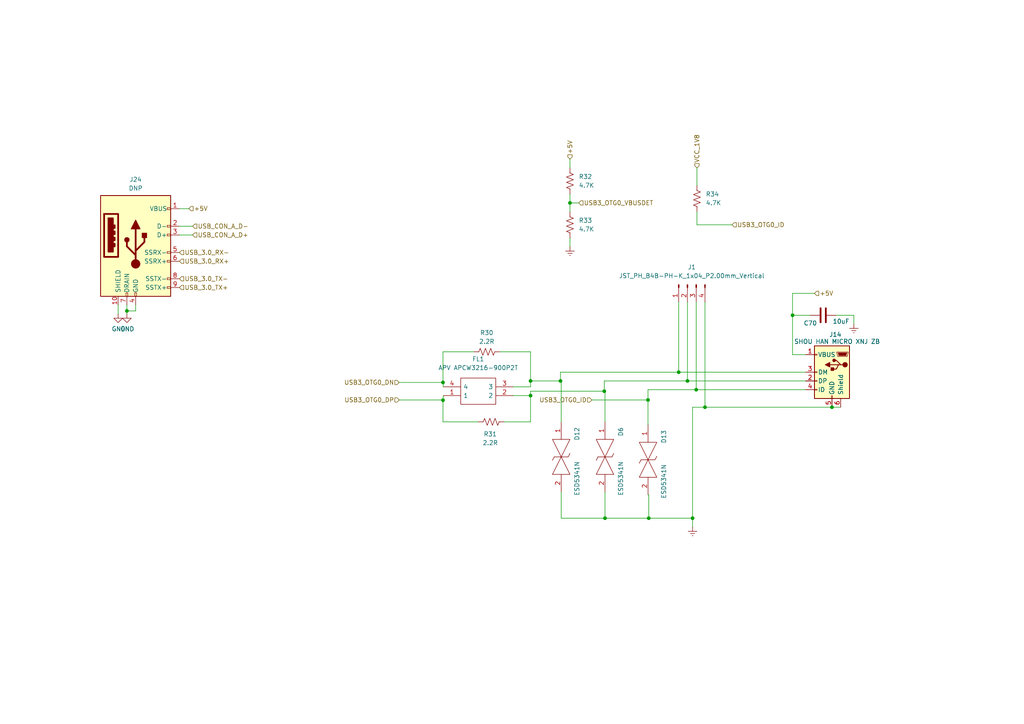
<source format=kicad_sch>
(kicad_sch (version 20250114) (generator "eeschema") (generator_version "9.0")
  (paper "A4")
  (lib_symbols
    (symbol "Connector:Conn_01x04_Pin" (pin_names (offset 1.016) (hide yes))
      (property "Reference" "J" (at 0 5.08 0))
      (property "Value" "Conn_01x04_Pin" (at 0 -7.62 0))
      (symbol "Conn_01x04_Pin_1_1"
        (rectangle (start 0.8636 2.667) (end 0 2.413) (stroke (width 0.1524)) (fill (type outline)))
        (rectangle (start 0.8636 0.127) (end 0 -0.127) (stroke (width 0.1524)) (fill (type outline)))
        (rectangle (start 0.8636 -2.413) (end 0 -2.667) (stroke (width 0.1524)) (fill (type outline)))
        (rectangle (start 0.8636 -4.953) (end 0 -5.207) (stroke (width 0.1524)) (fill (type outline)))
        (polyline (pts (xy 1.27 2.54) (xy 0.8636 2.54)) (stroke (width 0.1524)))
        (polyline (pts (xy 1.27 0) (xy 0.8636 0)) (stroke (width 0.1524)))
        (polyline (pts (xy 1.27 -2.54) (xy 0.8636 -2.54)) (stroke (width 0.1524)))
        (polyline (pts (xy 1.27 -5.08) (xy 0.8636 -5.08)) (stroke (width 0.1524)))
        (pin passive line (at 5.08 2.54 180) (length 3.81) (name "Pin_1") (number "1"))
        (pin passive line (at 5.08 0 180) (length 3.81) (name "Pin_2") (number "2"))
        (pin passive line (at 5.08 -2.54 180) (length 3.81) (name "Pin_3") (number "3"))
        (pin passive line (at 5.08 -5.08 180) (length 3.81) (name "Pin_4") (number "4"))
      )
    )
    (symbol "Connector:USB3_A" (pin_names (offset 1.016))
      (property "Reference" "J" (at -10.16 15.24 0))
      (property "Value" "USB3_A" (at 10.16 15.24 0))
      (symbol "USB3_A_0_0"
        (rectangle (start -9.144 8.636) (end -5.08 -3.81) (stroke (width 0.508)))
        (rectangle (start -7.874 7.366) (end -6.604 -2.286) (stroke (width 0.508)) (fill (type outline)))
        (rectangle (start -6.35 5.334) (end -6.096 4.572) (stroke (width 0.508)))
        (rectangle (start -6.35 3.556) (end -6.096 2.794) (stroke (width 0.508)))
        (rectangle (start -6.35 1.778) (end -6.096 1.016) (stroke (width 0.508)))
        (rectangle (start -6.35 0) (end -6.096 -0.762) (stroke (width 0.508)))
        (rectangle (start -2.794 -15.24) (end -2.286 -14.224))
        (rectangle (start -0.254 -15.24) (end 0.254 -14.224))
        (rectangle (start 10.16 10.414) (end 9.144 9.906))
        (rectangle (start 10.16 5.334) (end 9.144 4.826))
        (rectangle (start 10.16 2.794) (end 9.144 2.286))
        (rectangle (start 10.16 -2.286) (end 9.144 -2.794))
        (rectangle (start 10.16 -4.826) (end 9.144 -5.334))
        (rectangle (start 10.16 -9.906) (end 9.144 -10.414))
        (rectangle (start 10.16 -12.446) (end 9.144 -12.954))
      )
      (symbol "USB3_A_0_1"
        (rectangle (start -10.16 13.97) (end 10.16 -15.24) (stroke (width 0.254)) (fill (type background)))
      )
      (symbol "USB3_A_1_1"
        (circle (center -2.54 1.143) (radius 0.635) (stroke (width 0.254)) (fill (type outline)))
        (polyline (pts (xy -1.27 4.318) (xy 0 6.858) (xy 1.27 4.318) (xy -1.27 4.318)) (stroke (width 0.254)) (fill (type outline)))
        (polyline (pts (xy 0 -2.032) (xy 2.54 0.508) (xy 2.54 1.778)) (stroke (width 0.508)))
        (polyline (pts (xy 0 -3.302) (xy -2.54 -0.762) (xy -2.54 0.508)) (stroke (width 0.508)))
        (polyline (pts (xy 0 -5.842) (xy 0 4.318)) (stroke (width 0.508)))
        (circle (center 0 -5.842) (radius 1.27) (fill (type outline)))
        (rectangle (start 1.905 1.778) (end 3.175 3.048) (stroke (width 0.254)) (fill (type outline)))
        (pin passive line (at -5.08 -17.78 90) (length 2.54) (name "SHIELD") (number "10"))
        (pin passive line (at -2.54 -17.78 90) (length 2.54) (name "DRAIN") (number "7"))
        (pin power_in line (at 0 -17.78 90) (length 2.54) (name "GND") (number "4"))
        (pin power_in line (at 12.7 10.16 180) (length 2.54) (name "VBUS") (number "1"))
        (pin bidirectional line (at 12.7 5.08 180) (length 2.54) (name "D-") (number "2"))
        (pin bidirectional line (at 12.7 2.54 180) (length 2.54) (name "D+") (number "3"))
        (pin output line (at 12.7 -2.54 180) (length 2.54) (name "SSRX-") (number "5"))
        (pin output line (at 12.7 -5.08 180) (length 2.54) (name "SSRX+") (number "6"))
        (pin input line (at 12.7 -10.16 180) (length 2.54) (name "SSTX-") (number "8"))
        (pin input line (at 12.7 -12.7 180) (length 2.54) (name "SSTX+") (number "9"))
      )
    )
    (symbol "Connector:USB_OTG" (pin_names (offset 1.016))
      (property "Reference" "J14" (at -1.27 10.922 0))
      (property "Value" "USB_OTG" (at -3.81 8.89 0))
      (symbol "USB_OTG_0_1"
        (rectangle (start -5.08 7.62) (end 5.08 -7.62) (stroke (width 0.254)) (fill (type background)))
        (polyline (pts (xy -4.699 5.842) (xy -4.699 5.588) (xy -4.445 4.826) (xy -4.445 4.572) (xy -1.651 4.572) (xy -1.651 4.826) (xy -1.397 5.588) (xy -1.397 5.842) (xy -4.699 5.842)))
        (polyline (pts (xy -4.318 5.588) (xy -1.778 5.588) (xy -2.032 4.826) (xy -4.064 4.826) (xy -4.318 5.588)) (fill (type outline)))
        (circle (center -3.81 2.159) (radius 0.635) (stroke (width 0.254)) (fill (type outline)))
        (polyline (pts (xy -3.175 2.159) (xy -2.54 2.159) (xy -1.27 3.429) (xy -0.635 3.429)) (stroke (width 0.254)))
        (polyline (pts (xy -2.54 2.159) (xy -1.905 2.159) (xy -1.27 0.889) (xy 0 0.889)) (stroke (width 0.254)))
        (polyline (pts (xy -1.905 2.159) (xy 0.635 2.159)) (stroke (width 0.254)))
        (circle (center -0.635 3.429) (radius 0.381) (stroke (width 0.254)) (fill (type outline)))
        (rectangle (start -0.127 -7.62) (end 0.127 -6.858))
        (rectangle (start 0.254 1.27) (end -0.508 0.508) (stroke (width 0.254)) (fill (type outline)))
        (polyline (pts (xy 0.635 2.794) (xy 0.635 1.524) (xy 1.905 2.159) (xy 0.635 2.794)) (stroke (width 0.254)) (fill (type outline)))
        (rectangle (start 5.08 4.953) (end 4.318 5.207))
        (rectangle (start 5.08 -0.127) (end 4.318 0.127))
        (rectangle (start 5.08 -2.667) (end 4.318 -2.413))
        (rectangle (start 5.08 -5.207) (end 4.318 -4.953))
      )
      (symbol "USB_OTG_1_1"
        (pin passive line (at -2.54 -10.16 90) (length 2.54) (name "Shield") (number "6"))
        (pin passive line (at 0 -10.16 90) (length 2.54) (name "GND") (number "5"))
        (pin passive line (at 7.62 5.08 180) (length 2.54) (name "VBUS") (number "1"))
        (pin bidirectional line (at 7.62 0 180) (length 2.54) (name "DM") (number "3"))
        (pin bidirectional line (at 7.62 -2.54 180) (length 2.54) (name "DP") (number "2"))
        (pin passive line (at 7.62 -5.08 180) (length 2.54) (name "ID") (number "4"))
      )
    )
    (symbol "DLW31SN900SQ2L:DLW31SN900SQ2L" (pin_names (offset 0.762))
      (property "Reference" "FL" (at 16.51 7.62 0))
      (property "Value" "DLW31SN900SQ2L" (at 16.51 5.08 0))
      (symbol "DLW31SN900SQ2L_0_0"
        (pin passive line (at 0 0 0) (length 5.08) (name "4") (number "4"))
        (pin passive line (at 0 -2.54 0) (length 5.08) (name "1") (number "1"))
        (pin passive line (at 20.32 0 180) (length 5.08) (name "3") (number "3"))
        (pin passive line (at 20.32 -2.54 180) (length 5.08) (name "2") (number "2"))
      )
      (symbol "DLW31SN900SQ2L_0_1"
        (polyline (pts (xy 5.08 2.54) (xy 15.24 2.54) (xy 15.24 -5.08) (xy 5.08 -5.08) (xy 5.08 2.54)) (stroke (width 0.1524)))
      )
    )
    (symbol "Device:C" (pin_numbers (hide yes)) (pin_names (offset 0.254))
      (property "Reference" "C" (at 0.635 2.54 0))
      (property "Value" "C" (at 0.635 -2.54 0))
      (symbol "C_0_1"
        (polyline (pts (xy -2.032 0.762) (xy 2.032 0.762)) (stroke (width 0.508)))
        (polyline (pts (xy -2.032 -0.762) (xy 2.032 -0.762)) (stroke (width 0.508)))
      )
      (symbol "C_1_1"
        (pin passive line (at 0 3.81 270) (length 2.794) (name "~") (number "1"))
        (pin passive line (at 0 -3.81 90) (length 2.794) (name "~") (number "2"))
      )
    )
    (symbol "Device:R_US" (pin_numbers (hide yes)) (pin_names (offset 0))
      (property "Reference" "R" (at 2.54 0 90))
      (property "Value" "R_US" (at -2.54 0 90))
      (symbol "R_US_0_1"
        (polyline (pts (xy 0 2.286) (xy 0 2.54)))
        (polyline (pts (xy 0 2.286) (xy 1.016 1.905) (xy 0 1.524) (xy -1.016 1.143) (xy 0 0.762)))
        (polyline (pts (xy 0 0.762) (xy 1.016 0.381) (xy 0 0) (xy -1.016 -0.381) (xy 0 -0.762)))
        (polyline (pts (xy 0 -0.762) (xy 1.016 -1.143) (xy 0 -1.524) (xy -1.016 -1.905) (xy 0 -2.286)))
        (polyline (pts (xy 0 -2.286) (xy 0 -2.54)))
      )
      (symbol "R_US_1_1"
        (pin passive line (at 0 3.81 270) (length 1.27) (name "~") (number "1"))
        (pin passive line (at 0 -3.81 90) (length 1.27) (name "~") (number "2"))
      )
    )
    (symbol "SP0402B-ULC-01ETG:SP0402B-ULC-01ETG" (pin_names (offset 0.762))
      (property "Reference" "D" (at 12.7 8.89 0))
      (property "Value" "SP0402B-ULC-01ETG" (at 12.7 6.35 0))
      (symbol "SP0402B-ULC-01ETG_0_0"
        (pin passive line (at 0 0 0) (length 5.08) (name "~") (number "1"))
        (pin passive line (at 20.32 0 180) (length 5.08) (name "~") (number "2"))
      )
      (symbol "SP0402B-ULC-01ETG_0_1"
        (polyline (pts (xy 9.144 2.54) (xy 10.16 2.032)) (stroke (width 0.1524)))
        (polyline (pts (xy 10.16 0) (xy 5.08 -2.54) (xy 5.08 2.54) (xy 10.16 0)) (stroke (width 0.1524)))
        (polyline (pts (xy 10.16 0) (xy 15.24 -2.54) (xy 15.24 2.54) (xy 10.16 0)) (stroke (width 0.1524)))
        (polyline (pts (xy 10.16 -2.032) (xy 10.16 2.032)) (stroke (width 0.1524)))
        (polyline (pts (xy 10.16 -2.032) (xy 11.176 -2.54)) (stroke (width 0.1524)))
      )
    )
    (symbol "power:Earth" (power) (pin_names (offset 0))
      (symbol "Earth_0_1"
        (polyline (pts (xy -0.635 -1.905) (xy 0.635 -1.905)))
        (polyline (pts (xy -0.127 -2.54) (xy 0.127 -2.54)))
        (polyline (pts (xy 0 -1.27) (xy 0 0)))
        (polyline (pts (xy 1.27 -1.27) (xy -1.27 -1.27)))
      )
      (symbol "Earth_1_1"
        (pin power_in line (at 0 0 270) (length 0) (hide yes) (name "Earth") (number "1"))
      )
    )
    (symbol "power:GND" (power) (pin_names (offset 0))
      (property "Value" "GND" (at 0 -3.81 0))
      (symbol "GND_0_1"
        (polyline (pts (xy 0 0) (xy 0 -1.27) (xy 1.27 -1.27) (xy 0 -2.54) (xy -1.27 -1.27) (xy 0 -1.27)))
      )
      (symbol "GND_1_1"
        (pin power_in line (at 0 0 270) (length 0) (hide yes) (name "GND") (number "1"))
      )
    )
  )
  (junction (at 165.3132 58.8557))
  (junction (at 201.93 113.03))
  (junction (at 229.87 91.44))
  (junction (at 204.47 118.11))
  (junction (at 188.1675 150.2957))
  (junction (at 175.26 113.4657))
  (junction (at 128.4832 110.9257))
  (junction (at 187.9431 116.0057))
  (junction (at 153.8832 114.7367))
  (junction (at 175.4732 150.2957))
  (junction (at 128.4832 116.0685))
  (junction (at 196.85 107.95))
  (junction (at 200.8732 150.2957))
  (junction (at 153.8832 110.49))
  (junction (at 36.8055 90.1822))
  (junction (at 199.39 110.49))
  (junction (at 241.3 118.11))
  (junction (at 162.56 110.49))
  (wire (pts (xy 196.85 107.95) (xy 162.56 107.95)))
  (wire (pts (xy 200.8732 118.11) (xy 204.47 118.11)))
  (wire (pts (xy 201.93 113.03) (xy 187.9431 113.03)))
  (wire (pts (xy 202.1432 65.2057) (xy 212.3032 65.2057)))
  (wire (pts (xy 204.47 118.11) (xy 241.3 118.11)))
  (wire (pts (xy 175.4732 150.2957) (xy 188.1675 150.2957)))
  (wire (pts (xy 153.8832 122.3557) (xy 146.2632 122.3557)))
  (wire (pts (xy 175.26 113.4657) (xy 175.4732 113.4657)))
  (wire (pts (xy 128.5532 112.1967) (xy 128.5532 110.9257)))
  (wire (pts (xy 128.5532 110.9257) (xy 128.4832 110.9257)))
  (wire (pts (xy 187.9431 123.19) (xy 187.96 123.19)))
  (wire (pts (xy 128.5532 116.0685) (xy 128.4832 116.0685)))
  (wire (pts (xy 162.7732 110.49) (xy 162.7732 122.3557)))
  (wire (pts (xy 234.95 91.44) (xy 229.87 91.44)))
  (wire (pts (xy 165.3132 56.3157) (xy 165.3132 58.8557)))
  (wire (pts (xy 153.8832 113.4657) (xy 175.26 113.4657)))
  (wire (pts (xy 128.5532 114.7367) (xy 128.5532 116.0685)))
  (wire (pts (xy 202.1432 48.6957) (xy 202.1432 53.7757)))
  (wire (pts (xy 162.7732 150.2957) (xy 175.4732 150.2957)))
  (wire (pts (xy 115.7832 116.0057) (xy 128.4832 116.0057)))
  (wire (pts (xy 188.1675 150.2957) (xy 188.1675 143.51)))
  (wire (pts (xy 39.3455 90.1822) (xy 36.8055 90.1822)))
  (wire (pts (xy 201.93 87.63) (xy 201.93 113.03)))
  (wire (pts (xy 162.7732 150.2957) (xy 162.7732 142.6757)))
  (wire (pts (xy 241.3 118.11) (xy 243.84 118.11)))
  (wire (pts (xy 199.39 87.63) (xy 199.39 110.49)))
  (wire (pts (xy 242.57 91.44) (xy 247.65 91.44)))
  (wire (pts (xy 153.8832 114.7367) (xy 153.8832 122.3557)))
  (wire (pts (xy 204.47 87.63) (xy 204.47 118.11)))
  (wire (pts (xy 153.8832 110.49) (xy 153.8832 112.1967)))
  (wire (pts (xy 162.56 107.95) (xy 162.56 110.49)))
  (wire (pts (xy 138.6432 122.3557) (xy 128.4832 122.3557)))
  (wire (pts (xy 128.4832 122.3557) (xy 128.4832 116.0685)))
  (wire (pts (xy 236.22 85.09) (xy 229.87 85.09)))
  (wire (pts (xy 153.8832 102.0357) (xy 153.8832 110.49)))
  (wire (pts (xy 202.1432 61.3957) (xy 202.1432 65.2057)))
  (wire (pts (xy 36.8055 90.1822) (xy 36.8055 88.4767)))
  (wire (pts (xy 137.3732 102.0357) (xy 128.4832 102.0357)))
  (wire (pts (xy 128.4832 102.0357) (xy 128.4832 110.9257)))
  (wire (pts (xy 162.56 110.49) (xy 153.8832 110.49)))
  (wire (pts (xy 199.39 110.49) (xy 175.26 110.49)))
  (wire (pts (xy 165.3132 69.0157) (xy 165.3132 71.5557)))
  (wire (pts (xy 34.2655 91.0167) (xy 34.2655 88.4767)))
  (wire (pts (xy 36.8055 91.0167) (xy 36.8055 90.1822)))
  (wire (pts (xy 187.9431 113.03) (xy 187.9431 116.0057)))
  (wire (pts (xy 128.4832 116.0685) (xy 128.4832 116.0057)))
  (wire (pts (xy 233.68 107.95) (xy 196.85 107.95)))
  (wire (pts (xy 175.26 110.49) (xy 175.26 113.4657)))
  (wire (pts (xy 188.1675 143.51) (xy 187.96 143.51)))
  (wire (pts (xy 54.7615 60.4945) (xy 54.7615 60.5367)))
  (wire (pts (xy 148.8732 112.1967) (xy 153.8832 112.1967)))
  (wire (pts (xy 39.3455 88.4767) (xy 39.3455 90.1822)))
  (wire (pts (xy 55.8555 65.6167) (xy 52.0455 65.6167)))
  (wire (pts (xy 200.8732 150.2957) (xy 200.8732 152.8357)))
  (wire (pts (xy 187.9431 116.0057) (xy 187.9431 123.19)))
  (wire (pts (xy 54.7615 60.5367) (xy 52.0455 60.5367)))
  (wire (pts (xy 144.9932 102.0357) (xy 153.8832 102.0357)))
  (wire (pts (xy 233.68 110.49) (xy 199.39 110.49)))
  (wire (pts (xy 188.1675 150.2957) (xy 200.8732 150.2957)))
  (wire (pts (xy 165.3132 58.8557) (xy 165.3132 61.3957)))
  (wire (pts (xy 52.0455 68.1567) (xy 55.8555 68.1567)))
  (wire (pts (xy 196.85 87.63) (xy 196.85 107.95)))
  (wire (pts (xy 200.8732 118.11) (xy 200.8732 150.2957)))
  (wire (pts (xy 175.4732 150.2957) (xy 175.4732 142.6757)))
  (wire (pts (xy 167.8532 58.8557) (xy 165.3132 58.8557)))
  (wire (pts (xy 171.6632 116.0057) (xy 187.9431 116.0057)))
  (wire (pts (xy 229.87 85.09) (xy 229.87 91.44)))
  (wire (pts (xy 148.8732 114.7367) (xy 153.8832 114.7367)))
  (wire (pts (xy 229.87 91.44) (xy 229.87 102.87)))
  (wire (pts (xy 175.4732 113.4657) (xy 175.4732 122.3557)))
  (wire (pts (xy 247.65 93.98) (xy 247.65 91.44)))
  (wire (pts (xy 162.7732 110.49) (xy 162.56 110.49)))
  (wire (pts (xy 233.68 113.03) (xy 201.93 113.03)))
  (wire (pts (xy 153.8832 113.4657) (xy 153.8832 114.7367)))
  (wire (pts (xy 115.7832 110.9257) (xy 128.4832 110.9257)))
  (wire (pts (xy 229.87 102.87) (xy 233.68 102.87)))
  (wire (pts (xy 165.3132 46.1557) (xy 165.3132 48.6957)))
  (hierarchical_label "USB_CON_A_D-" (shape input) (at 55.8555 65.6167 0))
  (hierarchical_label "VCC_1V8" (shape input) (at 202.1432 48.6957 90))
  (hierarchical_label "USB_3.0_RX-" (shape input) (at 52.0455 73.2367 0))
  (hierarchical_label "USB_3.0_TX+" (shape input) (at 52.0455 83.3967 0))
  (hierarchical_label "USB3_OTG0_ID" (shape input) (at 212.3032 65.2057 0))
  (hierarchical_label "USB_3.0_RX+" (shape input) (at 52.0455 75.7767 0))
  (hierarchical_label "+5V" (shape input) (at 165.3132 46.1557 90))
  (hierarchical_label "USB_3.0_TX-" (shape input) (at 52.0455 80.8567 0))
  (hierarchical_label "USB3_OTG0_ID" (shape input) (at 171.6632 116.0057 180))
  (hierarchical_label "USB_CON_A_D+" (shape input) (at 55.8555 68.1567 0))
  (hierarchical_label "+5V" (shape input) (at 54.7615 60.4945 0))
  (hierarchical_label "USB3_OTG0_DP" (shape input) (at 115.7832 116.0057 180))
  (hierarchical_label "USB3_OTG0_VBUSDET" (shape input) (at 167.8532 58.8557 0))
  (hierarchical_label "USB3_OTG0_DN" (shape input) (at 115.7832 110.9257 180))
  (hierarchical_label "+5V" (shape input) (at 236.22 85.09 0))
  (symbol (lib_id "SP0402B-ULC-01ETG:SP0402B-ULC-01ETG") (at 175.4732 122.3557 270) (unit 1)
    (property "Reference" "D6" (at 180.0452 123.8797 0) (effects (justify left)))
    (property "Value" "ESD5341N" (at 180.0452 133.7857 0) (effects (justify left)))
    (property "Footprint" "ESD5341N:ESD5341N" (effects (hide yes)))
    (property "Datasheet" "https://www.mouser.com/datasheet/2/240/Littelfuse_TVS_Diode_Array_Ultra_Low_Capacitance_D-1021420.pdf" (effects (hide yes)))
    (property "Description" "ESD Suppressors / TVS Diodes 5V .13pF 20kV" (effects (hide yes)))
    (property "Manufacturer_Name" "LITTELFUSE" (effects (hide yes)))
    (property "Manufacturer_Part_Number" "SP0402B-ULC-01ETG" (effects (hide yes)))
    (property "Mouser Part Number" "576-SP0402BULC-01ETG" (effects (hide yes)))
    (property "Mouser Price/Stock" "https://www.mouser.co.uk/ProductDetail/Littelfuse/SP0402B-ULC-01ETG?qs=lM4gFlnEeENx4cnTNlk34g%3D%3D" (effects (hide yes)))
    (property "Arrow Part Number" "SP0402B-ULC-01ETG" (effects (hide yes)))
    (property "Arrow Price/Stock" "https://www.arrow.com/en/products/sp0402b-ulc-01etg/littelfuse?region=nac" (effects (hide yes)))
    (property "MPN" "ESD5341N" (effects (hide yes)))
  )
  (symbol (lib_id "power:Earth") (at 200.8732 152.8357 0) (unit 1)
    (property "Reference" "#PWR073" (effects (hide yes)))
    (property "Value" "Earth" (effects (hide yes)))
    (property "Description" "Power symbol creates a global label with name \"Earth\"" (effects (hide yes)))
  )
  (symbol (lib_id "power:GND") (at 34.2655 91.0167 0) (unit 1)
    (property "Reference" "#PWR065" (effects (hide yes)))
    (property "Value" "GND" (at 34.3925 95.4109 0))
  )
  (symbol (lib_id "power:GND") (at 36.8055 91.0167 0) (unit 1)
    (property "Reference" "#PWR066" (effects (hide yes)))
    (property "Value" "GND" (at 36.9325 95.4109 0))
  )
  (symbol (lib_id "SP0402B-ULC-01ETG:SP0402B-ULC-01ETG") (at 187.96 123.19 270) (unit 1)
    (property "Reference" "D13" (at 192.532 124.714 0) (effects (justify left)))
    (property "Value" "ESD5341N" (at 192.532 134.62 0) (effects (justify left)))
    (property "Footprint" "ESD5341N:ESD5341N" (effects (hide yes)))
    (property "Datasheet" "https://www.mouser.com/datasheet/2/240/Littelfuse_TVS_Diode_Array_Ultra_Low_Capacitance_D-1021420.pdf" (effects (hide yes)))
    (property "Description" "ESD Suppressors / TVS Diodes 5V .13pF 20kV" (effects (hide yes)))
    (property "Manufacturer_Name" "LITTELFUSE" (effects (hide yes)))
    (property "Manufacturer_Part_Number" "SP0402B-ULC-01ETG" (effects (hide yes)))
    (property "Mouser Part Number" "576-SP0402BULC-01ETG" (effects (hide yes)))
    (property "Mouser Price/Stock" "https://www.mouser.co.uk/ProductDetail/Littelfuse/SP0402B-ULC-01ETG?qs=lM4gFlnEeENx4cnTNlk34g%3D%3D" (effects (hide yes)))
    (property "Arrow Part Number" "SP0402B-ULC-01ETG" (effects (hide yes)))
    (property "Arrow Price/Stock" "https://www.arrow.com/en/products/sp0402b-ulc-01etg/littelfuse?region=nac" (effects (hide yes)))
    (property "MPN" "ESD5341N" (effects (hide yes)))
  )
  (symbol (lib_id "Connector:USB_OTG") (at 241.3 107.95 0) (mirror y) (unit 1)
    (property "Reference" "J14" (at 244.094 97.028 0) (effects (justify left)))
    (property "Value" "SHOU HAN MICRO XNJ ZB" (at 255.27 99.06 0) (effects (justify left)))
    (property "Footprint" "footprint:Micro-B SMD" (effects (hide yes)))
    (property "Datasheet" " ~" (effects (hide yes)))
    (property "Description" "USB mini/micro connector" (effects (hide yes)))
    (property "MPN" "SHOU HAN MICRO XNJ ZB" (effects (hide yes)))
  )
  (symbol (lib_id "Device:R_US") (at 142.4532 122.3557 90) (unit 1)
    (property "Reference" "R31" (at 142.1992 125.9117 90))
    (property "Value" "2.2R" (at 142.1992 128.4517 90))
    (property "Footprint" "Resistor_SMD:R_0402_1005Metric" (effects (hide yes)))
    (property "Description" "Resistor, US symbol" (effects (hide yes)))
    (property "MPN" "0402WGF220KTCE" (effects (hide yes)))
  )
  (symbol (lib_id "Device:R_US") (at 202.1432 57.5857 0) (unit 1)
    (property "Reference" "R34" (at 204.6832 56.3156 0) (effects (justify left)))
    (property "Value" "4.7K" (at 204.6832 58.8556 0) (effects (justify left)))
    (property "Footprint" "Resistor_SMD:R_0603_1608Metric" (effects (hide yes)))
    (property "Description" "Resistor, US symbol" (effects (hide yes)))
    (property "MPN" "0603WAF4701T5E" (effects (hide yes)))
  )
  (symbol (lib_id "Device:R_US") (at 165.3132 65.2057 0) (unit 1)
    (property "Reference" "R33" (at 167.8532 63.9356 0) (effects (justify left)))
    (property "Value" "4.7K" (at 167.8532 66.4756 0) (effects (justify left)))
    (property "Footprint" "Resistor_SMD:R_0603_1608Metric" (effects (hide yes)))
    (property "Description" "Resistor, US symbol" (effects (hide yes)))
    (property "MPN" "0603WAF4701T5E" (effects (hide yes)))
  )
  (symbol (lib_id "DLW31SN900SQ2L:DLW31SN900SQ2L") (at 128.5532 112.1967 0) (unit 1)
    (property "Reference" "FL1" (at 138.7132 104.14 0))
    (property "Value" "APV APCW3216-900P2T" (at 138.7132 106.68 0))
    (property "Footprint" "DLW31SN900SQ2L:DLW31SH222SQ2L" (effects (hide yes)))
    (property "Datasheet" "https://www.murata.com/en-us/products/productdetail?partno=DLW31SN900SQ2%23" (effects (hide yes)))
    (property "Description" "Common mode choke SMD 1206 370mA 90R Murata DLW31S Series Wire-wound SMD Inductor +/-25% Wire-Wound 370mA Idc" (effects (hide yes)))
    (property "Height" "2.1" (effects (hide yes)))
    (property "Manufacturer_Name" "Murata Electronics" (effects (hide yes)))
    (property "Manufacturer_Part_Number" "DLW31SN900SQ2L" (effects (hide yes)))
    (property "Mouser Part Number" "81-DLW31SN900SQ2L" (effects (hide yes)))
    (property "Mouser Price/Stock" "https://www.mouser.co.uk/ProductDetail/Murata-Electronics/DLW31SN900SQ2L?qs=MvDi5e8ZjmVQKH%2F%2FPPGwmg%3D%3D" (effects (hide yes)))
    (property "Arrow Part Number" "DLW31SN900SQ2L" (effects (hide yes)))
    (property "Arrow Price/Stock" "https://www.arrow.com/en/products/dlw31sn900sq2l/murata-manufacturing?region=nac" (effects (hide yes)))
    (property "MPN" "APV APCW3216-900P2T" (effects (hide yes)))
  )
  (symbol (lib_id "Connector:Conn_01x04_Pin") (at 199.39 82.55 90) (mirror x) (unit 1)
    (property "Reference" "J1" (at 200.66 77.47 90))
    (property "Value" "JST_PH_B4B-PH-K_1x04_P2.00mm_Vertical" (at 200.66 80.01 90))
    (property "Footprint" "Connector_JST:JST_PH_B4B-PH-K_1x04_P2.00mm_Vertical" (effects (hide yes)))
    (property "Description" "Generic connector, single row, 01x04, script generated" (effects (hide yes)))
  )
  (symbol (lib_id "SP0402B-ULC-01ETG:SP0402B-ULC-01ETG") (at 162.7732 122.3557 270) (unit 1)
    (property "Reference" "D12" (at 167.3452 123.8797 0) (effects (justify left)))
    (property "Value" "ESD5341N" (at 167.3452 133.7857 0) (effects (justify left)))
    (property "Footprint" "ESD5341N:ESD5341N" (effects (hide yes)))
    (property "Datasheet" "https://www.mouser.com/datasheet/2/240/Littelfuse_TVS_Diode_Array_Ultra_Low_Capacitance_D-1021420.pdf" (effects (hide yes)))
    (property "Description" "ESD Suppressors / TVS Diodes 5V .13pF 20kV" (effects (hide yes)))
    (property "Manufacturer_Name" "LITTELFUSE" (effects (hide yes)))
    (property "Manufacturer_Part_Number" "SP0402B-ULC-01ETG" (effects (hide yes)))
    (property "Mouser Part Number" "576-SP0402BULC-01ETG" (effects (hide yes)))
    (property "Mouser Price/Stock" "https://www.mouser.co.uk/ProductDetail/Littelfuse/SP0402B-ULC-01ETG?qs=lM4gFlnEeENx4cnTNlk34g%3D%3D" (effects (hide yes)))
    (property "Arrow Part Number" "SP0402B-ULC-01ETG" (effects (hide yes)))
    (property "Arrow Price/Stock" "https://www.arrow.com/en/products/sp0402b-ulc-01etg/littelfuse?region=nac" (effects (hide yes)))
    (property "MPN" "ESD5341N" (effects (hide yes)))
  )
  (symbol (lib_id "power:Earth") (at 165.3132 71.5557 0) (unit 1)
    (property "Reference" "#PWR072" (effects (hide yes)))
    (property "Value" "Earth" (effects (hide yes)))
    (property "Description" "Power symbol creates a global label with name \"Earth\"" (effects (hide yes)))
  )
  (symbol (lib_id "Device:R_US") (at 165.3132 52.5057 0) (unit 1)
    (property "Reference" "R32" (at 167.8532 51.2356 0) (effects (justify left)))
    (property "Value" "4.7K" (at 167.8532 53.7756 0) (effects (justify left)))
    (property "Footprint" "Resistor_SMD:R_0603_1608Metric" (effects (hide yes)))
    (property "Description" "Resistor, US symbol" (effects (hide yes)))
    (property "MPN" "0603WAF4701T5E" (effects (hide yes)))
  )
  (symbol (lib_id "power:Earth") (at 247.65 93.98 0) (unit 1)
    (property "Reference" "#PWR067" (effects (hide yes)))
    (property "Value" "Earth" (effects (hide yes)))
    (property "Description" "Power symbol creates a global label with name \"Earth\"" (effects (hide yes)))
  )
  (symbol (lib_id "Device:R_US") (at 141.1832 102.0357 90) (unit 1)
    (property "Reference" "R30" (at 141.1832 96.52 90))
    (property "Value" "2.2R" (at 141.1832 99.06 90))
    (property "Footprint" "Resistor_SMD:R_0402_1005Metric" (effects (hide yes)))
    (property "Description" "Resistor, US symbol" (effects (hide yes)))
    (property "MPN" "0402WGF220KTCE" (effects (hide yes)))
  )
  (symbol (lib_id "Connector:USB3_A") (at 39.3455 70.6967 0) (unit 1)
    (property "Reference" "J24" (at 39.3455 52.07 0))
    (property "Value" "DNP" (at 39.3455 54.61 0))
    (property "Footprint" "Connector_USB:CP-USB-3015" (effects (hide yes)))
    (property "Description" "USB 3.0 A connector" (effects (hide yes)))
  )
  (symbol (lib_id "Device:C") (at 238.76 91.44 90) (unit 1)
    (property "Reference" "C70" (at 236.982 93.726 90) (effects (justify left)))
    (property "Value" "10uF" (at 246.38 93.218 90) (effects (justify left)))
    (property "Footprint" "Capacitor_SMD:C_0603_1608Metric" (effects (hide yes)))
    (property "Description" "Unpolarized capacitor" (effects (hide yes)))
    (property "MPN" "CL10A106MO8NQNC" (effects (hide yes)))
  )
)
</source>
